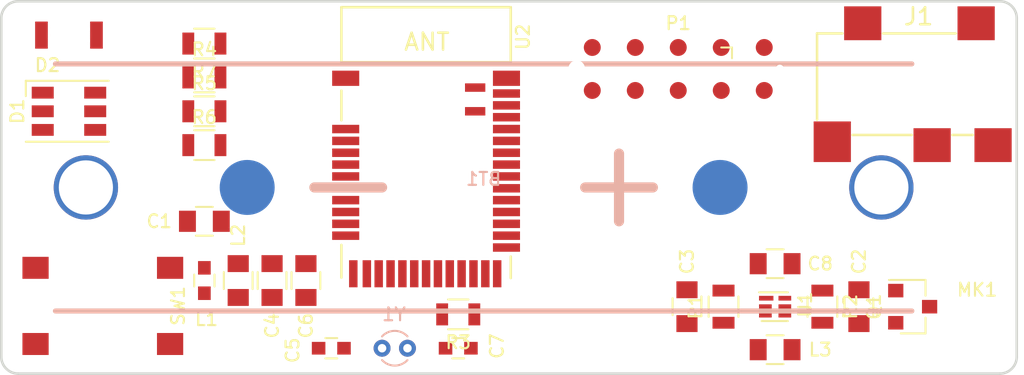
<source format=kicad_pcb>
(kicad_pcb (version 4) (host pcbnew 4.0.7-e2-6376~58~ubuntu16.04.1)

  (general
    (links 70)
    (no_connects 70)
    (area 49.924999 87.924999 110.075001 110.075001)
    (thickness 1.6)
    (drawings 8)
    (tracks 0)
    (zones 0)
    (modules 29)
    (nets 32)
  )

  (page A4)
  (layers
    (0 F.Cu signal)
    (31 B.Cu signal)
    (32 B.Adhes user)
    (33 F.Adhes user)
    (34 B.Paste user)
    (35 F.Paste user)
    (36 B.SilkS user)
    (37 F.SilkS user)
    (38 B.Mask user)
    (39 F.Mask user)
    (40 Dwgs.User user)
    (41 Cmts.User user)
    (42 Eco1.User user)
    (43 Eco2.User user)
    (44 Edge.Cuts user)
    (45 Margin user)
    (46 B.CrtYd user)
    (47 F.CrtYd user)
    (48 B.Fab user)
    (49 F.Fab user hide)
  )

  (setup
    (last_trace_width 0.25)
    (trace_clearance 0.2)
    (zone_clearance 0.508)
    (zone_45_only no)
    (trace_min 0.2)
    (segment_width 0.2)
    (edge_width 0.15)
    (via_size 0.8)
    (via_drill 0.4)
    (via_min_size 0.4)
    (via_min_drill 0.3)
    (uvia_size 0.3)
    (uvia_drill 0.1)
    (uvias_allowed no)
    (uvia_min_size 0.2)
    (uvia_min_drill 0.1)
    (pcb_text_width 0.3)
    (pcb_text_size 1.5 1.5)
    (mod_edge_width 0.15)
    (mod_text_size 0.762 0.762)
    (mod_text_width 0.127)
    (pad_size 1.524 1.524)
    (pad_drill 0.762)
    (pad_to_mask_clearance 0.2)
    (aux_axis_origin 0 0)
    (visible_elements FFFFFF7F)
    (pcbplotparams
      (layerselection 0x010fc_ffffffff)
      (usegerberextensions false)
      (usegerberattributes true)
      (excludeedgelayer true)
      (linewidth 0.100000)
      (plotframeref false)
      (viasonmask false)
      (mode 1)
      (useauxorigin false)
      (hpglpennumber 1)
      (hpglpenspeed 20)
      (hpglpendiameter 15)
      (hpglpenoverlay 2)
      (psnegative false)
      (psa4output false)
      (plotreference true)
      (plotvalue true)
      (plotinvisibletext false)
      (padsonsilk false)
      (subtractmaskfromsilk false)
      (outputformat 1)
      (mirror false)
      (drillshape 1)
      (scaleselection 1)
      (outputdirectory ""))
  )

  (net 0 "")
  (net 1 GND)
  (net 2 /DEC4)
  (net 3 /VBAT)
  (net 4 "Net-(C3-Pad1)")
  (net 5 VDD)
  (net 6 /LFCLK_XL1)
  (net 7 /LFCLK_XL2)
  (net 8 "Net-(D1-Pad4)")
  (net 9 /LED_SENSE)
  (net 10 "Net-(D1-Pad6)")
  (net 11 "Net-(L1-Pad2)")
  (net 12 "Net-(L3-Pad2)")
  (net 13 /REG_MODE)
  (net 14 /BUTTON)
  (net 15 /TX)
  (net 16 /RX)
  (net 17 /SWDIO)
  (net 18 /SWDCLK)
  (net 19 /RESET)
  (net 20 /GPIO1)
  (net 21 /GPIO2)
  (net 22 /LED_RED)
  (net 23 /LED_GREEN)
  (net 24 /LED_BLUE)
  (net 25 "Net-(BT1-Pad1)")
  (net 26 /FOCUS)
  (net 27 /TRIGGER)
  (net 28 /DCC)
  (net 29 /JACK_DETECT)
  (net 30 "Net-(D2-Pad1)")
  (net 31 "Net-(D2-Pad2)")

  (net_class Default "This is the default net class."
    (clearance 0.2)
    (trace_width 0.25)
    (via_dia 0.8)
    (via_drill 0.4)
    (uvia_dia 0.3)
    (uvia_drill 0.1)
    (add_net /BUTTON)
    (add_net /DCC)
    (add_net /DEC4)
    (add_net /FOCUS)
    (add_net /GPIO1)
    (add_net /GPIO2)
    (add_net /JACK_DETECT)
    (add_net /LED_BLUE)
    (add_net /LED_GREEN)
    (add_net /LED_RED)
    (add_net /LED_SENSE)
    (add_net /LFCLK_XL1)
    (add_net /LFCLK_XL2)
    (add_net /REG_MODE)
    (add_net /RESET)
    (add_net /RX)
    (add_net /SWDCLK)
    (add_net /SWDIO)
    (add_net /TRIGGER)
    (add_net /TX)
    (add_net /VBAT)
    (add_net GND)
    (add_net "Net-(BT1-Pad1)")
    (add_net "Net-(C3-Pad1)")
    (add_net "Net-(D1-Pad4)")
    (add_net "Net-(D1-Pad6)")
    (add_net "Net-(D2-Pad1)")
    (add_net "Net-(D2-Pad2)")
    (add_net "Net-(L1-Pad2)")
    (add_net "Net-(L3-Pad2)")
    (add_net VDD)
  )

  (module snap_fp:Crystal_DS10_d1.0mm_l4.3mm_Vertical (layer B.Cu) (tedit 59F9D414) (tstamp 59FB280B)
    (at 72.5 108.5)
    (descr "Crystal THT DS10 4.3mm length 1.0mm diameter http://www.microcrystal.com/images/_Product-Documentation/03_TF_metal_Packages/01_Datasheet/DS-Series.pdf")
    (tags ['DS10'])
    (path /59F3A38A)
    (fp_text reference Y1 (at 0.7 -2) (layer B.SilkS)
      (effects (font (size 0.762 0.762) (thickness 0.127)) (justify mirror))
    )
    (fp_text value 32786Hz (at 0.75 -1.7) (layer B.Fab)
      (effects (font (size 0.762 0.762) (thickness 0.127)) (justify mirror))
    )
    (fp_text user %R (at 2.75 0) (layer B.Fab)
      (effects (font (size 0.6 0.6) (thickness 0.09)) (justify mirror))
    )
    (fp_circle (center 0.75 0) (end 1.25 0) (layer B.Fab) (width 0.1))
    (fp_circle (center 0.75 0) (end 2.25 0) (layer B.CrtYd) (width 0.05))
    (fp_arc (start 0.75 0) (end 0 0.7) (angle -93.9) (layer B.SilkS) (width 0.12))
    (fp_arc (start 0.75 0) (end 0 -0.7) (angle 93.9) (layer B.SilkS) (width 0.12))
    (pad 1 thru_hole circle (at 0 0) (size 1 1) (drill 0.5) (layers *.Cu *.Mask)
      (net 6 /LFCLK_XL1))
    (pad 2 thru_hole circle (at 1.5 0) (size 1 1) (drill 0.5) (layers *.Cu *.Mask)
      (net 7 /LFCLK_XL2))
    (model ${KISYS3DMOD}/Crystals.3dshapes/Crystal_DS10_d1.0mm_l4.3mm_Vertical.wrl
      (at (xyz 0 0 0))
      (scale (xyz 0.393701 0.393701 0.393701))
      (rotate (xyz 0 0 0))
    )
  )

  (module snap_fp:mdbt42Q (layer F.Cu) (tedit 59B823E0) (tstamp 59FB27DF)
    (at 75.1 97.85)
    (path /59F316F8)
    (fp_text reference U2 (at 5.724 -7.747 90) (layer F.SilkS)
      (effects (font (size 0.762 0.762) (thickness 0.127)))
    )
    (fp_text value MDBT42Q (at 0 -1) (layer F.Fab) hide
      (effects (font (size 0.762 0.762) (thickness 0.127)))
    )
    (fp_text user ANT (at 0.05 -7.45) (layer F.SilkS)
      (effects (font (size 1 1) (thickness 0.15)))
    )
    (fp_line (start 5 -6.25) (end -5 -6.25) (layer F.SilkS) (width 0.15))
    (fp_line (start -5 -9.5) (end 5 -9.5) (layer F.SilkS) (width 0.15))
    (fp_line (start -5.0038 -2.8194) (end -5.0038 -4.572) (layer F.SilkS) (width 0.15))
    (fp_line (start -5.0038 -9.4996) (end -5.0038 -6.2484) (layer F.SilkS) (width 0.15))
    (fp_line (start -5.0038 6.477) (end -5.0038 4.5466) (layer F.SilkS) (width 0.15))
    (fp_line (start 5.0038 6.5024) (end 5.0038 5.2324) (layer F.SilkS) (width 0.15))
    (fp_line (start 5.0038 -9.4996) (end 5.0038 -6.2484) (layer F.SilkS) (width 0.15))
    (pad 41 smd rect (at 2.9 -3.35) (size 1.2 0.5) (layers F.Cu F.Paste F.Mask))
    (pad 40 smd rect (at 2.9 -4.75) (size 1.2 0.5) (layers F.Cu F.Paste F.Mask))
    (pad 39 smd rect (at 4.75 -5.3) (size 1.6 0.9) (layers F.Cu F.Paste F.Mask)
      (net 1 GND))
    (pad 38 smd rect (at 4.75 -4.4) (size 1.6 0.5) (layers F.Cu F.Paste F.Mask))
    (pad 37 smd rect (at 4.75 -3.7) (size 1.6 0.5) (layers F.Cu F.Paste F.Mask)
      (net 17 /SWDIO))
    (pad 36 smd rect (at 4.75 -3) (size 1.6 0.5) (layers F.Cu F.Paste F.Mask)
      (net 18 /SWDCLK))
    (pad 35 smd rect (at 4.75 -2.3) (size 1.6 0.5) (layers F.Cu F.Paste F.Mask)
      (net 19 /RESET))
    (pad 34 smd rect (at 4.75 -1.6) (size 1.6 0.5) (layers F.Cu F.Paste F.Mask)
      (net 21 /GPIO2))
    (pad 33 smd rect (at 4.75 -0.9) (size 1.6 0.5) (layers F.Cu F.Paste F.Mask))
    (pad 32 smd rect (at 4.75 -0.2) (size 1.6 0.5) (layers F.Cu F.Paste F.Mask)
      (net 20 /GPIO1))
    (pad 31 smd rect (at 4.75 0.5) (size 1.6 0.5) (layers F.Cu F.Paste F.Mask)
      (net 15 /TX))
    (pad 30 smd rect (at 4.75 1.2) (size 1.6 0.5) (layers F.Cu F.Paste F.Mask))
    (pad 29 smd rect (at 4.75 1.9) (size 1.6 0.5) (layers F.Cu F.Paste F.Mask))
    (pad 28 smd rect (at 4.75 2.6) (size 1.6 0.5) (layers F.Cu F.Paste F.Mask))
    (pad 27 smd rect (at 4.75 3.3) (size 1.6 0.5) (layers F.Cu F.Paste F.Mask)
      (net 16 /RX))
    (pad 26 smd rect (at 4.75 4) (size 1.6 0.5) (layers F.Cu F.Paste F.Mask)
      (net 14 /BUTTON))
    (pad 25 smd rect (at 4.75 4.7) (size 1.6 0.5) (layers F.Cu F.Paste F.Mask)
      (net 30 "Net-(D2-Pad1)"))
    (pad 24 smd rect (at 4.2 6.25) (size 0.5 1.6) (layers F.Cu F.Paste F.Mask)
      (net 1 GND))
    (pad 23 smd rect (at 3.5 6.25) (size 0.5 1.6) (layers F.Cu F.Paste F.Mask))
    (pad 22 smd rect (at 2.8 6.25) (size 0.5 1.6) (layers F.Cu F.Paste F.Mask)
      (net 29 /JACK_DETECT))
    (pad 21 smd rect (at 2.1 6.25) (size 0.5 1.6) (layers F.Cu F.Paste F.Mask)
      (net 26 /FOCUS))
    (pad 20 smd rect (at 1.4 6.25) (size 0.5 1.6) (layers F.Cu F.Paste F.Mask)
      (net 27 /TRIGGER))
    (pad 19 smd rect (at 0.7 6.25) (size 0.5 1.6) (layers F.Cu F.Paste F.Mask)
      (net 23 /LED_GREEN))
    (pad 18 smd rect (at 0 6.25) (size 0.5 1.6) (layers F.Cu F.Paste F.Mask)
      (net 9 /LED_SENSE))
    (pad 17 smd rect (at -0.7 6.25) (size 0.5 1.6) (layers F.Cu F.Paste F.Mask)
      (net 24 /LED_BLUE))
    (pad 16 smd rect (at -1.4 6.25) (size 0.5 1.6) (layers F.Cu F.Paste F.Mask)
      (net 22 /LED_RED))
    (pad 15 smd rect (at -2.1 6.25) (size 0.5 1.6) (layers F.Cu F.Paste F.Mask))
    (pad 14 smd rect (at -2.8 6.25) (size 0.5 1.6) (layers F.Cu F.Paste F.Mask)
      (net 7 /LFCLK_XL2))
    (pad 13 smd rect (at -3.5 6.25) (size 0.5 1.6) (layers F.Cu F.Paste F.Mask)
      (net 6 /LFCLK_XL1))
    (pad 11 smd rect (at -4.75 4) (size 1.6 0.5) (layers F.Cu F.Paste F.Mask)
      (net 5 VDD))
    (pad 10 smd rect (at -4.75 3.3) (size 1.6 0.5) (layers F.Cu F.Paste F.Mask)
      (net 28 /DCC))
    (pad 9 smd rect (at -4.75 2.6) (size 1.6 0.5) (layers F.Cu F.Paste F.Mask)
      (net 2 /DEC4))
    (pad 8 smd rect (at -4.75 1.9) (size 1.6 0.5) (layers F.Cu F.Paste F.Mask))
    (pad 7 smd rect (at -4.75 1.2) (size 1.6 0.5) (layers F.Cu F.Paste F.Mask))
    (pad 6 smd rect (at -4.75 0.5) (size 1.6 0.5) (layers F.Cu F.Paste F.Mask))
    (pad 5 smd rect (at -4.75 -0.2) (size 1.6 0.5) (layers F.Cu F.Paste F.Mask)
      (net 3 /VBAT))
    (pad 4 smd rect (at -4.75 -0.9) (size 1.6 0.5) (layers F.Cu F.Paste F.Mask))
    (pad 3 smd rect (at -4.75 -1.6) (size 1.6 0.5) (layers F.Cu F.Paste F.Mask)
      (net 13 /REG_MODE))
    (pad 1 smd rect (at -4.75 -5.3) (size 1.6 0.9) (layers F.Cu F.Paste F.Mask)
      (net 1 GND))
    (pad 2 smd rect (at -4.75 -2.3) (size 1.6 0.5) (layers F.Cu F.Paste F.Mask))
    (pad 12 smd rect (at -4.3 6.25) (size 0.5 1.6) (layers F.Cu F.Paste F.Mask)
      (net 1 GND))
    (model MDBT42Q.wrl
      (at (xyz 0 0 0))
      (scale (xyz 1 1 1))
      (rotate (xyz 0 0 0))
    )
  )

  (module snap_fp:WSON6_1.5x1.5mm_Pitch0.5mm (layer F.Cu) (tedit 59B82202) (tstamp 59FB27D6)
    (at 95.722 106.045)
    (descr "WSON6, http://www.ti.com/lit/ds/symlink/tlv702.pdf")
    (tags WSON6_1.5x1.5mm_Pitch0.5mm)
    (path /59F31727)
    (attr smd)
    (fp_text reference U1 (at 1.778 -0.127 90) (layer F.SilkS)
      (effects (font (size 0.762 0.762) (thickness 0.127)))
    )
    (fp_text value TPS610986 (at 0 2) (layer F.Fab)
      (effects (font (size 0.762 0.762) (thickness 0.127)))
    )
    (fp_text user %R (at 0.005 0) (layer F.Fab)
      (effects (font (size 0.4 0.4) (thickness 0.05)))
    )
    (fp_line (start -0.945 -0.85) (end 0.755 -0.85) (layer F.SilkS) (width 0.12))
    (fp_line (start -0.795 0.85) (end 0.755 0.85) (layer F.SilkS) (width 0.12))
    (fp_line (start -0.495 -0.78) (end -0.775 -0.5) (layer F.Fab) (width 0.1))
    (fp_line (start 0.785 -0.78) (end -0.495 -0.78) (layer F.Fab) (width 0.1))
    (fp_line (start -0.775 -0.5) (end -0.775 0.78) (layer F.Fab) (width 0.1))
    (fp_line (start -0.775 0.78) (end 0.785 0.78) (layer F.Fab) (width 0.1))
    (fp_line (start 0.785 -0.78) (end 0.785 0.78) (layer F.Fab) (width 0.1))
    (fp_line (start 1.2 -1.02) (end 1.2 1.02) (layer F.CrtYd) (width 0.05))
    (fp_line (start 1.2 -1.02) (end -1.2 -1.02) (layer F.CrtYd) (width 0.05))
    (fp_line (start -1.2 1.02) (end 1.2 1.02) (layer F.CrtYd) (width 0.05))
    (fp_line (start -1.2 1.02) (end -1.2 -1.02) (layer F.CrtYd) (width 0.05))
    (pad 1 smd rect (at -0.525 -0.5 270) (size 0.28 0.85) (layers F.Cu F.Paste F.Mask)
      (net 5 VDD))
    (pad 2 smd rect (at -0.575 0 270) (size 0.28 0.75) (layers F.Cu F.Paste F.Mask)
      (net 12 "Net-(L3-Pad2)"))
    (pad 3 smd rect (at -0.575 0.5 270) (size 0.28 0.75) (layers F.Cu F.Paste F.Mask)
      (net 4 "Net-(C3-Pad1)"))
    (pad 4 smd rect (at 0.575 0.5 270) (size 0.28 0.75) (layers F.Cu F.Paste F.Mask)
      (net 13 /REG_MODE))
    (pad 5 smd rect (at 0.575 0 270) (size 0.28 0.75) (layers F.Cu F.Paste F.Mask))
    (pad 6 smd rect (at 0.575 -0.5 270) (size 0.28 0.75) (layers F.Cu F.Paste F.Mask)
      (net 1 GND))
    (model WSON6.wrl
      (at (xyz 0 0 0))
      (scale (xyz 1 1 1))
      (rotate (xyz 0 0 0))
    )
  )

  (module snap_fp:SMD_tactile_button (layer F.Cu) (tedit 59B82DD5) (tstamp 59FB27CF)
    (at 56 106)
    (path /59F321EA)
    (fp_text reference SW1 (at 4.445 0 90) (layer F.SilkS)
      (effects (font (size 0.762 0.762) (thickness 0.127)))
    )
    (fp_text value 1825910-6 (at 0 -4.445) (layer F.Fab)
      (effects (font (size 0.762 0.762) (thickness 0.127)))
    )
    (pad 4 smd rect (at 3.975 2.25) (size 1.55 1.3) (layers F.Cu F.Paste F.Mask))
    (pad 2 smd rect (at 3.975 -2.25) (size 1.55 1.3) (layers F.Cu F.Paste F.Mask)
      (net 14 /BUTTON))
    (pad 3 smd rect (at -3.975 2.25) (size 1.55 1.3) (layers F.Cu F.Paste F.Mask))
    (pad 1 smd rect (at -3.975 -2.25) (size 1.55 1.3) (layers F.Cu F.Paste F.Mask)
      (net 1 GND))
    (model SW_smd.wrl
      (at (xyz 0 0 0))
      (scale (xyz 1 1 1))
      (rotate (xyz 0 0 0))
    )
  )

  (module snap_fp:R_0805 (layer F.Cu) (tedit 59B83A30) (tstamp 59FB27CA)
    (at 62 90.5)
    (descr "Resistor SMD 0805, reflow soldering, Vishay (see dcrcw.pdf)")
    (tags "resistor 0805")
    (path /59F31717)
    (attr smd)
    (fp_text reference R7 (at 0 1.651 180) (layer F.SilkS)
      (effects (font (size 0.762 0.762) (thickness 0.127)))
    )
    (fp_text value 130 (at 0 1.75) (layer F.Fab)
      (effects (font (size 0.762 0.762) (thickness 0.127)))
    )
    (fp_line (start 1.55 0.9) (end -1.55 0.9) (layer F.CrtYd) (width 0.05))
    (fp_line (start 1.55 0.9) (end 1.55 -0.9) (layer F.CrtYd) (width 0.05))
    (fp_line (start -1.55 -0.9) (end -1.55 0.9) (layer F.CrtYd) (width 0.05))
    (fp_line (start -1.55 -0.9) (end 1.55 -0.9) (layer F.CrtYd) (width 0.05))
    (fp_line (start -0.6 -0.88) (end 0.6 -0.88) (layer F.SilkS) (width 0.12))
    (fp_line (start 0.6 0.88) (end -0.6 0.88) (layer F.SilkS) (width 0.12))
    (fp_line (start -1 -0.62) (end 1 -0.62) (layer F.Fab) (width 0.1))
    (fp_line (start 1 -0.62) (end 1 0.62) (layer F.Fab) (width 0.1))
    (fp_line (start 1 0.62) (end -1 0.62) (layer F.Fab) (width 0.1))
    (fp_line (start -1 0.62) (end -1 -0.62) (layer F.Fab) (width 0.1))
    (fp_text user %R (at 0 0) (layer F.Fab)
      (effects (font (size 0.5 0.5) (thickness 0.075)))
    )
    (pad 2 smd rect (at 0.95 0) (size 0.7 1.3) (layers F.Cu F.Paste F.Mask)
      (net 31 "Net-(D2-Pad2)"))
    (pad 1 smd rect (at -0.95 0) (size 0.7 1.3) (layers F.Cu F.Paste F.Mask)
      (net 5 VDD))
    (model r_0805.wrl
      (at (xyz 0 0 0))
      (scale (xyz 1 1 1))
      (rotate (xyz 0 0 0))
    )
  )

  (module snap_fp:R_0805 (layer F.Cu) (tedit 59B83A30) (tstamp 59FB27C5)
    (at 62 96.5 180)
    (descr "Resistor SMD 0805, reflow soldering, Vishay (see dcrcw.pdf)")
    (tags "resistor 0805")
    (path /59F31715)
    (attr smd)
    (fp_text reference R6 (at 0 1.651 360) (layer F.SilkS)
      (effects (font (size 0.762 0.762) (thickness 0.127)))
    )
    (fp_text value 33 (at 0 1.75 180) (layer F.Fab)
      (effects (font (size 0.762 0.762) (thickness 0.127)))
    )
    (fp_line (start 1.55 0.9) (end -1.55 0.9) (layer F.CrtYd) (width 0.05))
    (fp_line (start 1.55 0.9) (end 1.55 -0.9) (layer F.CrtYd) (width 0.05))
    (fp_line (start -1.55 -0.9) (end -1.55 0.9) (layer F.CrtYd) (width 0.05))
    (fp_line (start -1.55 -0.9) (end 1.55 -0.9) (layer F.CrtYd) (width 0.05))
    (fp_line (start -0.6 -0.88) (end 0.6 -0.88) (layer F.SilkS) (width 0.12))
    (fp_line (start 0.6 0.88) (end -0.6 0.88) (layer F.SilkS) (width 0.12))
    (fp_line (start -1 -0.62) (end 1 -0.62) (layer F.Fab) (width 0.1))
    (fp_line (start 1 -0.62) (end 1 0.62) (layer F.Fab) (width 0.1))
    (fp_line (start 1 0.62) (end -1 0.62) (layer F.Fab) (width 0.1))
    (fp_line (start -1 0.62) (end -1 -0.62) (layer F.Fab) (width 0.1))
    (fp_text user %R (at 0 0 180) (layer F.Fab)
      (effects (font (size 0.5 0.5) (thickness 0.075)))
    )
    (pad 2 smd rect (at 0.95 0 180) (size 0.7 1.3) (layers F.Cu F.Paste F.Mask)
      (net 8 "Net-(D1-Pad4)"))
    (pad 1 smd rect (at -0.95 0 180) (size 0.7 1.3) (layers F.Cu F.Paste F.Mask)
      (net 22 /LED_RED))
    (model r_0805.wrl
      (at (xyz 0 0 0))
      (scale (xyz 1 1 1))
      (rotate (xyz 0 0 0))
    )
  )

  (module snap_fp:R_0805 (layer F.Cu) (tedit 59B83A30) (tstamp 59FB27C0)
    (at 62 94.5 180)
    (descr "Resistor SMD 0805, reflow soldering, Vishay (see dcrcw.pdf)")
    (tags "resistor 0805")
    (path /59F31714)
    (attr smd)
    (fp_text reference R5 (at 0 1.651 360) (layer F.SilkS)
      (effects (font (size 0.762 0.762) (thickness 0.127)))
    )
    (fp_text value 68 (at 0 1.75 180) (layer F.Fab)
      (effects (font (size 0.762 0.762) (thickness 0.127)))
    )
    (fp_line (start 1.55 0.9) (end -1.55 0.9) (layer F.CrtYd) (width 0.05))
    (fp_line (start 1.55 0.9) (end 1.55 -0.9) (layer F.CrtYd) (width 0.05))
    (fp_line (start -1.55 -0.9) (end -1.55 0.9) (layer F.CrtYd) (width 0.05))
    (fp_line (start -1.55 -0.9) (end 1.55 -0.9) (layer F.CrtYd) (width 0.05))
    (fp_line (start -0.6 -0.88) (end 0.6 -0.88) (layer F.SilkS) (width 0.12))
    (fp_line (start 0.6 0.88) (end -0.6 0.88) (layer F.SilkS) (width 0.12))
    (fp_line (start -1 -0.62) (end 1 -0.62) (layer F.Fab) (width 0.1))
    (fp_line (start 1 -0.62) (end 1 0.62) (layer F.Fab) (width 0.1))
    (fp_line (start 1 0.62) (end -1 0.62) (layer F.Fab) (width 0.1))
    (fp_line (start -1 0.62) (end -1 -0.62) (layer F.Fab) (width 0.1))
    (fp_text user %R (at 0 0 180) (layer F.Fab)
      (effects (font (size 0.5 0.5) (thickness 0.075)))
    )
    (pad 2 smd rect (at 0.95 0 180) (size 0.7 1.3) (layers F.Cu F.Paste F.Mask)
      (net 9 /LED_SENSE))
    (pad 1 smd rect (at -0.95 0 180) (size 0.7 1.3) (layers F.Cu F.Paste F.Mask)
      (net 23 /LED_GREEN))
    (model r_0805.wrl
      (at (xyz 0 0 0))
      (scale (xyz 1 1 1))
      (rotate (xyz 0 0 0))
    )
  )

  (module snap_fp:R_0805 (layer F.Cu) (tedit 59B83A30) (tstamp 59FB27BB)
    (at 62 92.5 180)
    (descr "Resistor SMD 0805, reflow soldering, Vishay (see dcrcw.pdf)")
    (tags "resistor 0805")
    (path /59F31713)
    (attr smd)
    (fp_text reference R4 (at 0 1.651 360) (layer F.SilkS)
      (effects (font (size 0.762 0.762) (thickness 0.127)))
    )
    (fp_text value 82 (at 0 1.75 180) (layer F.Fab)
      (effects (font (size 0.762 0.762) (thickness 0.127)))
    )
    (fp_line (start 1.55 0.9) (end -1.55 0.9) (layer F.CrtYd) (width 0.05))
    (fp_line (start 1.55 0.9) (end 1.55 -0.9) (layer F.CrtYd) (width 0.05))
    (fp_line (start -1.55 -0.9) (end -1.55 0.9) (layer F.CrtYd) (width 0.05))
    (fp_line (start -1.55 -0.9) (end 1.55 -0.9) (layer F.CrtYd) (width 0.05))
    (fp_line (start -0.6 -0.88) (end 0.6 -0.88) (layer F.SilkS) (width 0.12))
    (fp_line (start 0.6 0.88) (end -0.6 0.88) (layer F.SilkS) (width 0.12))
    (fp_line (start -1 -0.62) (end 1 -0.62) (layer F.Fab) (width 0.1))
    (fp_line (start 1 -0.62) (end 1 0.62) (layer F.Fab) (width 0.1))
    (fp_line (start 1 0.62) (end -1 0.62) (layer F.Fab) (width 0.1))
    (fp_line (start -1 0.62) (end -1 -0.62) (layer F.Fab) (width 0.1))
    (fp_text user %R (at 0 0 180) (layer F.Fab)
      (effects (font (size 0.5 0.5) (thickness 0.075)))
    )
    (pad 2 smd rect (at 0.95 0 180) (size 0.7 1.3) (layers F.Cu F.Paste F.Mask)
      (net 10 "Net-(D1-Pad6)"))
    (pad 1 smd rect (at -0.95 0 180) (size 0.7 1.3) (layers F.Cu F.Paste F.Mask)
      (net 24 /LED_BLUE))
    (model r_0805.wrl
      (at (xyz 0 0 0))
      (scale (xyz 1 1 1))
      (rotate (xyz 0 0 0))
    )
  )

  (module snap_fp:R_0805 (layer F.Cu) (tedit 59B83A30) (tstamp 59FB27B6)
    (at 77 106.5)
    (descr "Resistor SMD 0805, reflow soldering, Vishay (see dcrcw.pdf)")
    (tags "resistor 0805")
    (path /59F8D073)
    (attr smd)
    (fp_text reference R3 (at 0 1.651 180) (layer F.SilkS)
      (effects (font (size 0.762 0.762) (thickness 0.127)))
    )
    (fp_text value 400 (at 0 1.75) (layer F.Fab)
      (effects (font (size 0.762 0.762) (thickness 0.127)))
    )
    (fp_line (start 1.55 0.9) (end -1.55 0.9) (layer F.CrtYd) (width 0.05))
    (fp_line (start 1.55 0.9) (end 1.55 -0.9) (layer F.CrtYd) (width 0.05))
    (fp_line (start -1.55 -0.9) (end -1.55 0.9) (layer F.CrtYd) (width 0.05))
    (fp_line (start -1.55 -0.9) (end 1.55 -0.9) (layer F.CrtYd) (width 0.05))
    (fp_line (start -0.6 -0.88) (end 0.6 -0.88) (layer F.SilkS) (width 0.12))
    (fp_line (start 0.6 0.88) (end -0.6 0.88) (layer F.SilkS) (width 0.12))
    (fp_line (start -1 -0.62) (end 1 -0.62) (layer F.Fab) (width 0.1))
    (fp_line (start 1 -0.62) (end 1 0.62) (layer F.Fab) (width 0.1))
    (fp_line (start 1 0.62) (end -1 0.62) (layer F.Fab) (width 0.1))
    (fp_line (start -1 0.62) (end -1 -0.62) (layer F.Fab) (width 0.1))
    (fp_text user %R (at 0 0) (layer F.Fab)
      (effects (font (size 0.5 0.5) (thickness 0.075)))
    )
    (pad 2 smd rect (at 0.95 0) (size 0.7 1.3) (layers F.Cu F.Paste F.Mask)
      (net 29 /JACK_DETECT))
    (pad 1 smd rect (at -0.95 0) (size 0.7 1.3) (layers F.Cu F.Paste F.Mask)
      (net 5 VDD))
    (model r_0805.wrl
      (at (xyz 0 0 0))
      (scale (xyz 1 1 1))
      (rotate (xyz 0 0 0))
    )
  )

  (module snap_fp:R_0805 (layer F.Cu) (tedit 59B83A30) (tstamp 59FB27B1)
    (at 98.516 106.045 90)
    (descr "Resistor SMD 0805, reflow soldering, Vishay (see dcrcw.pdf)")
    (tags "resistor 0805")
    (path /59F330CA)
    (attr smd)
    (fp_text reference R2 (at 0 1.651 270) (layer F.SilkS)
      (effects (font (size 0.762 0.762) (thickness 0.127)))
    )
    (fp_text value 47k (at 0 1.75 90) (layer F.Fab)
      (effects (font (size 0.762 0.762) (thickness 0.127)))
    )
    (fp_line (start 1.55 0.9) (end -1.55 0.9) (layer F.CrtYd) (width 0.05))
    (fp_line (start 1.55 0.9) (end 1.55 -0.9) (layer F.CrtYd) (width 0.05))
    (fp_line (start -1.55 -0.9) (end -1.55 0.9) (layer F.CrtYd) (width 0.05))
    (fp_line (start -1.55 -0.9) (end 1.55 -0.9) (layer F.CrtYd) (width 0.05))
    (fp_line (start -0.6 -0.88) (end 0.6 -0.88) (layer F.SilkS) (width 0.12))
    (fp_line (start 0.6 0.88) (end -0.6 0.88) (layer F.SilkS) (width 0.12))
    (fp_line (start -1 -0.62) (end 1 -0.62) (layer F.Fab) (width 0.1))
    (fp_line (start 1 -0.62) (end 1 0.62) (layer F.Fab) (width 0.1))
    (fp_line (start 1 0.62) (end -1 0.62) (layer F.Fab) (width 0.1))
    (fp_line (start -1 0.62) (end -1 -0.62) (layer F.Fab) (width 0.1))
    (fp_text user %R (at 0 0 90) (layer F.Fab)
      (effects (font (size 0.5 0.5) (thickness 0.075)))
    )
    (pad 2 smd rect (at 0.95 0 90) (size 0.7 1.3) (layers F.Cu F.Paste F.Mask)
      (net 1 GND))
    (pad 1 smd rect (at -0.95 0 90) (size 0.7 1.3) (layers F.Cu F.Paste F.Mask)
      (net 13 /REG_MODE))
    (model r_0805.wrl
      (at (xyz 0 0 0))
      (scale (xyz 1 1 1))
      (rotate (xyz 0 0 0))
    )
  )

  (module snap_fp:R_0805 (layer F.Cu) (tedit 59B83A30) (tstamp 59FB27AC)
    (at 92.674 106.045 270)
    (descr "Resistor SMD 0805, reflow soldering, Vishay (see dcrcw.pdf)")
    (tags "resistor 0805")
    (path /59F3171D)
    (attr smd)
    (fp_text reference R1 (at 0 1.651 450) (layer F.SilkS)
      (effects (font (size 0.762 0.762) (thickness 0.127)))
    )
    (fp_text value 400 (at 0 1.75 270) (layer F.Fab)
      (effects (font (size 0.762 0.762) (thickness 0.127)))
    )
    (fp_line (start 1.55 0.9) (end -1.55 0.9) (layer F.CrtYd) (width 0.05))
    (fp_line (start 1.55 0.9) (end 1.55 -0.9) (layer F.CrtYd) (width 0.05))
    (fp_line (start -1.55 -0.9) (end -1.55 0.9) (layer F.CrtYd) (width 0.05))
    (fp_line (start -1.55 -0.9) (end 1.55 -0.9) (layer F.CrtYd) (width 0.05))
    (fp_line (start -0.6 -0.88) (end 0.6 -0.88) (layer F.SilkS) (width 0.12))
    (fp_line (start 0.6 0.88) (end -0.6 0.88) (layer F.SilkS) (width 0.12))
    (fp_line (start -1 -0.62) (end 1 -0.62) (layer F.Fab) (width 0.1))
    (fp_line (start 1 -0.62) (end 1 0.62) (layer F.Fab) (width 0.1))
    (fp_line (start 1 0.62) (end -1 0.62) (layer F.Fab) (width 0.1))
    (fp_line (start -1 0.62) (end -1 -0.62) (layer F.Fab) (width 0.1))
    (fp_text user %R (at 0 0 270) (layer F.Fab)
      (effects (font (size 0.5 0.5) (thickness 0.075)))
    )
    (pad 2 smd rect (at 0.95 0 270) (size 0.7 1.3) (layers F.Cu F.Paste F.Mask)
      (net 4 "Net-(C3-Pad1)"))
    (pad 1 smd rect (at -0.95 0 270) (size 0.7 1.3) (layers F.Cu F.Paste F.Mask)
      (net 3 /VBAT))
    (model r_0805.wrl
      (at (xyz 0 0 0))
      (scale (xyz 1 1 1))
      (rotate (xyz 0 0 0))
    )
  )

  (module snap_fp:TSM2301 (layer F.Cu) (tedit 59B82525) (tstamp 59FB27A6)
    (at 103.85 106.045)
    (descr "SOT-23, Standard")
    (tags SOT-23)
    (path /59F3170F)
    (attr smd)
    (fp_text reference Q1 (at -2.286 0 90) (layer F.SilkS)
      (effects (font (size 0.762 0.762) (thickness 0.127)))
    )
    (fp_text value TSM2301 (at 0 2.5) (layer F.Fab)
      (effects (font (size 0.762 0.762) (thickness 0.127)))
    )
    (fp_line (start -0.7 -0.95) (end -0.7 1.5) (layer F.Fab) (width 0.1))
    (fp_line (start -0.15 -1.52) (end 0.7 -1.52) (layer F.Fab) (width 0.1))
    (fp_line (start -0.7 -0.95) (end -0.15 -1.52) (layer F.Fab) (width 0.1))
    (fp_line (start 0.7 -1.52) (end 0.7 1.52) (layer F.Fab) (width 0.1))
    (fp_line (start -0.7 1.52) (end 0.7 1.52) (layer F.Fab) (width 0.1))
    (fp_line (start 0.76 1.58) (end 0.76 0.65) (layer F.SilkS) (width 0.12))
    (fp_line (start 0.76 -1.58) (end 0.76 -0.65) (layer F.SilkS) (width 0.12))
    (fp_line (start -1.7 -1.75) (end 1.7 -1.75) (layer F.CrtYd) (width 0.05))
    (fp_line (start 1.7 -1.75) (end 1.7 1.75) (layer F.CrtYd) (width 0.05))
    (fp_line (start 1.7 1.75) (end -1.7 1.75) (layer F.CrtYd) (width 0.05))
    (fp_line (start -1.7 1.75) (end -1.7 -1.75) (layer F.CrtYd) (width 0.05))
    (fp_line (start 0.76 -1.58) (end -1.4 -1.58) (layer F.SilkS) (width 0.12))
    (fp_line (start 0.76 1.58) (end -0.7 1.58) (layer F.SilkS) (width 0.12))
    (pad 2 smd rect (at -1 -0.95) (size 0.9 0.8) (layers F.Cu F.Paste F.Mask)
      (net 1 GND))
    (pad 3 smd rect (at -1 0.95) (size 0.9 0.8) (layers F.Cu F.Paste F.Mask)
      (net 3 /VBAT))
    (pad 1 smd rect (at 1 0) (size 0.9 0.8) (layers F.Cu F.Paste F.Mask)
      (net 25 "Net-(BT1-Pad1)"))
    (model Tr_SOT23.wrl
      (at (xyz 0 0 0))
      (scale (xyz 1 1 1))
      (rotate (xyz 0 0 90))
    )
  )

  (module snap_fp:prog_connect (layer F.Cu) (tedit 59F775C2) (tstamp 59FB2797)
    (at 90 92 180)
    (descr "Tag-Connect programming header; http://www.tag-connect.com/Materials/TC2050-IDC-NL%20Datasheet.pdf")
    (tags "tag connect programming header pogo pins")
    (path /59F3170B)
    (attr virtual)
    (fp_text reference P1 (at 0 2.7 180) (layer F.SilkS)
      (effects (font (size 0.762 0.762) (thickness 0.127)))
    )
    (fp_text value CONN_02X05 (at 0 -2.4 180) (layer F.Fab)
      (effects (font (size 0.762 0.762) (thickness 0.127)))
    )
    (fp_line (start -3.175 1.27) (end -3.175 0.635) (layer F.SilkS) (width 0.12))
    (fp_line (start -2.54 1.27) (end -3.175 1.27) (layer F.SilkS) (width 0.12))
    (fp_line (start -4.75 2) (end -4.75 -2) (layer F.CrtYd) (width 0.05))
    (fp_line (start 4.75 2) (end -4.75 2) (layer F.CrtYd) (width 0.05))
    (fp_line (start 4.75 -2) (end 4.75 2) (layer F.CrtYd) (width 0.05))
    (fp_line (start -4.75 -2) (end 4.75 -2) (layer F.CrtYd) (width 0.05))
    (fp_text user %R (at 0 0 180) (layer F.Fab)
      (effects (font (size 1 1) (thickness 0.15)))
    )
    (pad "" np_thru_hole circle (at 6 0 180) (size 1 1) (drill 1) (layers *.Cu *.Mask))
    (pad "" np_thru_hole circle (at -6 0 180) (size 0.5 0.5) (drill 0.5) (layers *.Cu *.Mask))
    (pad 1 connect circle (at -5.08 1.27 180) (size 1 1) (layers F.Cu F.Mask)
      (net 15 /TX))
    (pad 3 connect circle (at -2.54 1.27 180) (size 1 1) (layers F.Cu F.Mask)
      (net 17 /SWDIO))
    (pad 5 connect circle (at 0 1.27 180) (size 1 1) (layers F.Cu F.Mask)
      (net 19 /RESET))
    (pad 7 connect circle (at 2.54 1.27 180) (size 1 1) (layers F.Cu F.Mask)
      (net 5 VDD))
    (pad 9 connect circle (at 5.08 1.27 180) (size 1 1) (layers F.Cu F.Mask)
      (net 1 GND))
    (pad 10 connect circle (at 5.08 -1.27 180) (size 1 1) (layers F.Cu F.Mask)
      (net 1 GND))
    (pad 8 connect circle (at 2.54 -1.27 180) (size 1 1) (layers F.Cu F.Mask)
      (net 21 /GPIO2))
    (pad 6 connect circle (at 0 -1.27 180) (size 1 1) (layers F.Cu F.Mask)
      (net 20 /GPIO1))
    (pad 4 connect circle (at -2.54 -1.27 180) (size 1 1) (layers F.Cu F.Mask)
      (net 18 /SWDCLK))
    (pad 2 connect circle (at -5.08 -1.27 180) (size 1 1) (layers F.Cu F.Mask)
      (net 16 /RX))
  )

  (module snap_fp:MountingHole_1.7mm_M1.6 (layer F.Cu) (tedit 59F89CB4) (tstamp 59FB2793)
    (at 107.66 107.95)
    (descr "Mounting Hole 1.7mm, no annular, M1.6")
    (tags "mounting hole 1.7mm no annular m1.6")
    (path /59F3BD2A)
    (attr virtual)
    (fp_text reference MK1 (at 0 -2.9) (layer F.SilkS)
      (effects (font (size 0.762 0.762) (thickness 0.127)))
    )
    (fp_text value Mounting_Hole_PAD (at 0 2.9) (layer F.Fab)
      (effects (font (size 0.762 0.762) (thickness 0.127)))
    )
    (fp_text user %R (at 0.3 0) (layer F.Fab)
      (effects (font (size 1 1) (thickness 0.15)))
    )
    (fp_circle (center 0 0) (end 1.4 0) (layer F.CrtYd) (width 0.05))
    (pad "" np_thru_hole circle (at 0 0) (size 1.7 1.7) (drill 1.7) (layers *.Cu *.Mask))
  )

  (module snap_fp:C_0805 (layer F.Cu) (tedit 59B83A35) (tstamp 59FB278E)
    (at 95.722 108.585)
    (descr "Capacitor SMD 0805, reflow soldering, AVX (see smccp.pdf)")
    (tags "capacitor 0805")
    (path /59F3171C)
    (attr smd)
    (fp_text reference L3 (at 2.667 0) (layer F.SilkS)
      (effects (font (size 0.762 0.762) (thickness 0.127)))
    )
    (fp_text value 4.7u (at 0 1.75) (layer F.Fab)
      (effects (font (size 0.762 0.762) (thickness 0.127)))
    )
    (fp_text user %R (at 0 -1.5) (layer F.Fab)
      (effects (font (size 1 1) (thickness 0.15)))
    )
    (fp_line (start -1 0.62) (end -1 -0.62) (layer F.Fab) (width 0.1))
    (fp_line (start 1 0.62) (end -1 0.62) (layer F.Fab) (width 0.1))
    (fp_line (start 1 -0.62) (end 1 0.62) (layer F.Fab) (width 0.1))
    (fp_line (start -1 -0.62) (end 1 -0.62) (layer F.Fab) (width 0.1))
    (fp_line (start 0.5 -0.85) (end -0.5 -0.85) (layer F.SilkS) (width 0.12))
    (fp_line (start -0.5 0.85) (end 0.5 0.85) (layer F.SilkS) (width 0.12))
    (fp_line (start -1.75 -0.88) (end 1.75 -0.88) (layer F.CrtYd) (width 0.05))
    (fp_line (start -1.75 -0.88) (end -1.75 0.87) (layer F.CrtYd) (width 0.05))
    (fp_line (start 1.75 0.87) (end 1.75 -0.88) (layer F.CrtYd) (width 0.05))
    (fp_line (start 1.75 0.87) (end -1.75 0.87) (layer F.CrtYd) (width 0.05))
    (pad 1 smd rect (at -1 0) (size 1 1.25) (layers F.Cu F.Paste F.Mask)
      (net 3 /VBAT))
    (pad 2 smd rect (at 1 0) (size 1 1.25) (layers F.Cu F.Paste F.Mask)
      (net 12 "Net-(L3-Pad2)"))
    (model CapCeramic_0805.wrl
      (at (xyz 0 0 0))
      (scale (xyz 1 1 1))
      (rotate (xyz 0 0 0))
    )
  )

  (module snap_fp:C_0805 (layer F.Cu) (tedit 59B83A35) (tstamp 59FB2789)
    (at 64 104.5 90)
    (descr "Capacitor SMD 0805, reflow soldering, AVX (see smccp.pdf)")
    (tags "capacitor 0805")
    (path /59F31701)
    (attr smd)
    (fp_text reference L2 (at 2.667 0 90) (layer F.SilkS)
      (effects (font (size 0.762 0.762) (thickness 0.127)))
    )
    (fp_text value 10u (at 0 1.75 90) (layer F.Fab)
      (effects (font (size 0.762 0.762) (thickness 0.127)))
    )
    (fp_text user %R (at 0 -1.5 90) (layer F.Fab)
      (effects (font (size 1 1) (thickness 0.15)))
    )
    (fp_line (start -1 0.62) (end -1 -0.62) (layer F.Fab) (width 0.1))
    (fp_line (start 1 0.62) (end -1 0.62) (layer F.Fab) (width 0.1))
    (fp_line (start 1 -0.62) (end 1 0.62) (layer F.Fab) (width 0.1))
    (fp_line (start -1 -0.62) (end 1 -0.62) (layer F.Fab) (width 0.1))
    (fp_line (start 0.5 -0.85) (end -0.5 -0.85) (layer F.SilkS) (width 0.12))
    (fp_line (start -0.5 0.85) (end 0.5 0.85) (layer F.SilkS) (width 0.12))
    (fp_line (start -1.75 -0.88) (end 1.75 -0.88) (layer F.CrtYd) (width 0.05))
    (fp_line (start -1.75 -0.88) (end -1.75 0.87) (layer F.CrtYd) (width 0.05))
    (fp_line (start 1.75 0.87) (end 1.75 -0.88) (layer F.CrtYd) (width 0.05))
    (fp_line (start 1.75 0.87) (end -1.75 0.87) (layer F.CrtYd) (width 0.05))
    (pad 1 smd rect (at -1 0 90) (size 1 1.25) (layers F.Cu F.Paste F.Mask)
      (net 11 "Net-(L1-Pad2)"))
    (pad 2 smd rect (at 1 0 90) (size 1 1.25) (layers F.Cu F.Paste F.Mask)
      (net 28 /DCC))
    (model CapCeramic_0805.wrl
      (at (xyz 0 0 0))
      (scale (xyz 1 1 1))
      (rotate (xyz 0 0 0))
    )
  )

  (module snap_fp:C_0603 (layer F.Cu) (tedit 59B82009) (tstamp 59FB2784)
    (at 62 104.5 270)
    (descr "Capacitor SMD 0603, reflow soldering, AVX (see smccp.pdf)")
    (tags "capacitor 0603")
    (path /59F31702)
    (attr smd)
    (fp_text reference L1 (at 2.286 -0.127 360) (layer F.SilkS)
      (effects (font (size 0.762 0.762) (thickness 0.127)))
    )
    (fp_text value 15n (at 0 1.5 270) (layer F.Fab)
      (effects (font (size 0.762 0.762) (thickness 0.127)))
    )
    (fp_line (start 1.4 0.65) (end -1.4 0.65) (layer F.CrtYd) (width 0.05))
    (fp_line (start 1.4 0.65) (end 1.4 -0.65) (layer F.CrtYd) (width 0.05))
    (fp_line (start -1.4 -0.65) (end -1.4 0.65) (layer F.CrtYd) (width 0.05))
    (fp_line (start -1.4 -0.65) (end 1.4 -0.65) (layer F.CrtYd) (width 0.05))
    (fp_line (start 0.35 0.6) (end -0.35 0.6) (layer F.SilkS) (width 0.12))
    (fp_line (start -0.35 -0.6) (end 0.35 -0.6) (layer F.SilkS) (width 0.12))
    (fp_line (start -0.8 -0.4) (end 0.8 -0.4) (layer F.Fab) (width 0.1))
    (fp_line (start 0.8 -0.4) (end 0.8 0.4) (layer F.Fab) (width 0.1))
    (fp_line (start 0.8 0.4) (end -0.8 0.4) (layer F.Fab) (width 0.1))
    (fp_line (start -0.8 0.4) (end -0.8 -0.4) (layer F.Fab) (width 0.1))
    (fp_text user %R (at 0 0 270) (layer F.Fab)
      (effects (font (size 0.3 0.3) (thickness 0.075)))
    )
    (pad 2 smd rect (at 0.75 0 270) (size 0.8 0.75) (layers F.Cu F.Paste F.Mask)
      (net 11 "Net-(L1-Pad2)"))
    (pad 1 smd rect (at -0.75 0 270) (size 0.8 0.75) (layers F.Cu F.Paste F.Mask)
      (net 2 /DEC4))
    (model CapCeramic_0603.wrl
      (at (xyz 0 0 0))
      (scale (xyz 1 1 1))
      (rotate (xyz 0 0 0))
    )
  )

  (module snap_fp:IR26-21C-L110 (layer F.Cu) (tedit 59B844D7) (tstamp 59FB2774)
    (at 54 90 180)
    (path /59F31712)
    (fp_text reference D2 (at 1.27 -1.778 360) (layer F.SilkS)
      (effects (font (size 0.762 0.762) (thickness 0.127)))
    )
    (fp_text value IR26-21C-L110-TR8 (at 0 -2.667 180) (layer F.Fab)
      (effects (font (size 0.762 0.762) (thickness 0.127)))
    )
    (pad 1 smd rect (at -1.625 0 180) (size 0.75 1.6) (layers F.Cu F.Paste F.Mask)
      (net 30 "Net-(D2-Pad1)"))
    (pad 2 smd rect (at 1.625 0 180) (size 0.75 1.6) (layers F.Cu F.Paste F.Mask)
      (net 31 "Net-(D2-Pad2)"))
    (pad "" np_thru_hole circle (at 0 0 180) (size 2.4 2.4) (drill 2.4) (layers *.Cu *.Mask))
    (model IR26.wrl
      (at (xyz 0 0 0))
      (scale (xyz 1 1 1))
      (rotate (xyz 0 0 0))
    )
  )

  (module snap_fp:LED_RGB_PLCC-6 (layer F.Cu) (tedit 59B82AE0) (tstamp 59FB276B)
    (at 54 94.5)
    (descr "RGB LED PLCC-6")
    (tags "RGB LED PLCC-6")
    (path /59F31729)
    (attr smd)
    (fp_text reference D1 (at -3.048 0 270) (layer F.SilkS)
      (effects (font (size 0.762 0.762) (thickness 0.127)))
    )
    (fp_text value CLX6F-FKC (at 0 2.8) (layer F.Fab)
      (effects (font (size 0.762 0.762) (thickness 0.127)))
    )
    (fp_line (start -1.7 -1.1) (end -1.1 -1.7) (layer F.Fab) (width 0.1))
    (fp_line (start -1.7 -1.7) (end -1.7 1.7) (layer F.Fab) (width 0.1))
    (fp_line (start -1.7 1.7) (end 1.7 1.7) (layer F.Fab) (width 0.1))
    (fp_line (start 1.7 1.7) (end 1.7 -1.7) (layer F.Fab) (width 0.1))
    (fp_line (start 1.7 -1.7) (end -1.7 -1.7) (layer F.Fab) (width 0.1))
    (fp_line (start -2.55 -1.8) (end -2.55 -0.9) (layer F.SilkS) (width 0.12))
    (fp_line (start 2.65 -2) (end 2.65 2) (layer F.CrtYd) (width 0.05))
    (fp_line (start -2.75 -2) (end -2.75 2) (layer F.CrtYd) (width 0.05))
    (fp_line (start -2.75 2) (end 2.65 2) (layer F.CrtYd) (width 0.05))
    (fp_line (start -2.75 -2) (end 2.65 -2) (layer F.CrtYd) (width 0.05))
    (fp_line (start -2.55 1.8) (end 2.35 1.8) (layer F.SilkS) (width 0.12))
    (fp_line (start 2.35 -1.8) (end -2.55 -1.8) (layer F.SilkS) (width 0.12))
    (pad 1 smd rect (at -1.55 -1.1 90) (size 0.7 1.3) (layers F.Cu F.Paste F.Mask)
      (net 1 GND))
    (pad 2 smd rect (at -1.55 0 90) (size 0.7 1.3) (layers F.Cu F.Paste F.Mask)
      (net 1 GND))
    (pad 3 smd rect (at -1.55 1.1 90) (size 0.7 1.3) (layers F.Cu F.Paste F.Mask)
      (net 1 GND))
    (pad 4 smd rect (at 1.55 1.1 90) (size 0.7 1.3) (layers F.Cu F.Paste F.Mask)
      (net 8 "Net-(D1-Pad4)"))
    (pad 5 smd rect (at 1.55 0 90) (size 0.7 1.3) (layers F.Cu F.Paste F.Mask)
      (net 9 /LED_SENSE))
    (pad 6 smd rect (at 1.55 -1.1 90) (size 0.7 1.3) (layers F.Cu F.Paste F.Mask)
      (net 10 "Net-(D1-Pad6)"))
    (model PLCC_6_LED.wrl
      (at (xyz 0 0 0))
      (scale (xyz 1 1 1))
      (rotate (xyz 0 0 90))
    )
  )

  (module snap_fp:C_0805 (layer F.Cu) (tedit 59B83A35) (tstamp 59FB2766)
    (at 95.722 103.505)
    (descr "Capacitor SMD 0805, reflow soldering, AVX (see smccp.pdf)")
    (tags "capacitor 0805")
    (path /59F31720)
    (attr smd)
    (fp_text reference C8 (at 2.667 0) (layer F.SilkS)
      (effects (font (size 0.762 0.762) (thickness 0.127)))
    )
    (fp_text value 10u (at 0 1.75) (layer F.Fab)
      (effects (font (size 0.762 0.762) (thickness 0.127)))
    )
    (fp_text user %R (at 0 -1.5) (layer F.Fab)
      (effects (font (size 1 1) (thickness 0.15)))
    )
    (fp_line (start -1 0.62) (end -1 -0.62) (layer F.Fab) (width 0.1))
    (fp_line (start 1 0.62) (end -1 0.62) (layer F.Fab) (width 0.1))
    (fp_line (start 1 -0.62) (end 1 0.62) (layer F.Fab) (width 0.1))
    (fp_line (start -1 -0.62) (end 1 -0.62) (layer F.Fab) (width 0.1))
    (fp_line (start 0.5 -0.85) (end -0.5 -0.85) (layer F.SilkS) (width 0.12))
    (fp_line (start -0.5 0.85) (end 0.5 0.85) (layer F.SilkS) (width 0.12))
    (fp_line (start -1.75 -0.88) (end 1.75 -0.88) (layer F.CrtYd) (width 0.05))
    (fp_line (start -1.75 -0.88) (end -1.75 0.87) (layer F.CrtYd) (width 0.05))
    (fp_line (start 1.75 0.87) (end 1.75 -0.88) (layer F.CrtYd) (width 0.05))
    (fp_line (start 1.75 0.87) (end -1.75 0.87) (layer F.CrtYd) (width 0.05))
    (pad 1 smd rect (at -1 0) (size 1 1.25) (layers F.Cu F.Paste F.Mask)
      (net 5 VDD))
    (pad 2 smd rect (at 1 0) (size 1 1.25) (layers F.Cu F.Paste F.Mask)
      (net 1 GND))
    (model CapCeramic_0805.wrl
      (at (xyz 0 0 0))
      (scale (xyz 1 1 1))
      (rotate (xyz 0 0 0))
    )
  )

  (module snap_fp:C_0603 (layer F.Cu) (tedit 59B82009) (tstamp 59FB2761)
    (at 77 108.5)
    (descr "Capacitor SMD 0603, reflow soldering, AVX (see smccp.pdf)")
    (tags "capacitor 0603")
    (path /59F31708)
    (attr smd)
    (fp_text reference C7 (at 2.286 -0.127 90) (layer F.SilkS)
      (effects (font (size 0.762 0.762) (thickness 0.127)))
    )
    (fp_text value 8.2p (at 0 1.5) (layer F.Fab)
      (effects (font (size 0.762 0.762) (thickness 0.127)))
    )
    (fp_line (start 1.4 0.65) (end -1.4 0.65) (layer F.CrtYd) (width 0.05))
    (fp_line (start 1.4 0.65) (end 1.4 -0.65) (layer F.CrtYd) (width 0.05))
    (fp_line (start -1.4 -0.65) (end -1.4 0.65) (layer F.CrtYd) (width 0.05))
    (fp_line (start -1.4 -0.65) (end 1.4 -0.65) (layer F.CrtYd) (width 0.05))
    (fp_line (start 0.35 0.6) (end -0.35 0.6) (layer F.SilkS) (width 0.12))
    (fp_line (start -0.35 -0.6) (end 0.35 -0.6) (layer F.SilkS) (width 0.12))
    (fp_line (start -0.8 -0.4) (end 0.8 -0.4) (layer F.Fab) (width 0.1))
    (fp_line (start 0.8 -0.4) (end 0.8 0.4) (layer F.Fab) (width 0.1))
    (fp_line (start 0.8 0.4) (end -0.8 0.4) (layer F.Fab) (width 0.1))
    (fp_line (start -0.8 0.4) (end -0.8 -0.4) (layer F.Fab) (width 0.1))
    (fp_text user %R (at 0 0) (layer F.Fab)
      (effects (font (size 0.3 0.3) (thickness 0.075)))
    )
    (pad 2 smd rect (at 0.75 0) (size 0.8 0.75) (layers F.Cu F.Paste F.Mask)
      (net 1 GND))
    (pad 1 smd rect (at -0.75 0) (size 0.8 0.75) (layers F.Cu F.Paste F.Mask)
      (net 7 /LFCLK_XL2))
    (model CapCeramic_0603.wrl
      (at (xyz 0 0 0))
      (scale (xyz 1 1 1))
      (rotate (xyz 0 0 0))
    )
  )

  (module snap_fp:C_0805 (layer F.Cu) (tedit 59B83A35) (tstamp 59FB275C)
    (at 68 104.5 270)
    (descr "Capacitor SMD 0805, reflow soldering, AVX (see smccp.pdf)")
    (tags "capacitor 0805")
    (path /59F316FE)
    (attr smd)
    (fp_text reference C6 (at 2.667 0 270) (layer F.SilkS)
      (effects (font (size 0.762 0.762) (thickness 0.127)))
    )
    (fp_text value 100n (at 0 1.75 270) (layer F.Fab)
      (effects (font (size 0.762 0.762) (thickness 0.127)))
    )
    (fp_text user %R (at 0 -1.5 270) (layer F.Fab)
      (effects (font (size 1 1) (thickness 0.15)))
    )
    (fp_line (start -1 0.62) (end -1 -0.62) (layer F.Fab) (width 0.1))
    (fp_line (start 1 0.62) (end -1 0.62) (layer F.Fab) (width 0.1))
    (fp_line (start 1 -0.62) (end 1 0.62) (layer F.Fab) (width 0.1))
    (fp_line (start -1 -0.62) (end 1 -0.62) (layer F.Fab) (width 0.1))
    (fp_line (start 0.5 -0.85) (end -0.5 -0.85) (layer F.SilkS) (width 0.12))
    (fp_line (start -0.5 0.85) (end 0.5 0.85) (layer F.SilkS) (width 0.12))
    (fp_line (start -1.75 -0.88) (end 1.75 -0.88) (layer F.CrtYd) (width 0.05))
    (fp_line (start -1.75 -0.88) (end -1.75 0.87) (layer F.CrtYd) (width 0.05))
    (fp_line (start 1.75 0.87) (end 1.75 -0.88) (layer F.CrtYd) (width 0.05))
    (fp_line (start 1.75 0.87) (end -1.75 0.87) (layer F.CrtYd) (width 0.05))
    (pad 1 smd rect (at -1 0 270) (size 1 1.25) (layers F.Cu F.Paste F.Mask)
      (net 5 VDD))
    (pad 2 smd rect (at 1 0 270) (size 1 1.25) (layers F.Cu F.Paste F.Mask)
      (net 1 GND))
    (model CapCeramic_0805.wrl
      (at (xyz 0 0 0))
      (scale (xyz 1 1 1))
      (rotate (xyz 0 0 0))
    )
  )

  (module snap_fp:C_0603 (layer F.Cu) (tedit 59B82009) (tstamp 59FB2757)
    (at 69.5 108.5 180)
    (descr "Capacitor SMD 0603, reflow soldering, AVX (see smccp.pdf)")
    (tags "capacitor 0603")
    (path /59F31707)
    (attr smd)
    (fp_text reference C5 (at 2.286 -0.127 270) (layer F.SilkS)
      (effects (font (size 0.762 0.762) (thickness 0.127)))
    )
    (fp_text value 8.2p (at 0 1.5 180) (layer F.Fab)
      (effects (font (size 0.762 0.762) (thickness 0.127)))
    )
    (fp_line (start 1.4 0.65) (end -1.4 0.65) (layer F.CrtYd) (width 0.05))
    (fp_line (start 1.4 0.65) (end 1.4 -0.65) (layer F.CrtYd) (width 0.05))
    (fp_line (start -1.4 -0.65) (end -1.4 0.65) (layer F.CrtYd) (width 0.05))
    (fp_line (start -1.4 -0.65) (end 1.4 -0.65) (layer F.CrtYd) (width 0.05))
    (fp_line (start 0.35 0.6) (end -0.35 0.6) (layer F.SilkS) (width 0.12))
    (fp_line (start -0.35 -0.6) (end 0.35 -0.6) (layer F.SilkS) (width 0.12))
    (fp_line (start -0.8 -0.4) (end 0.8 -0.4) (layer F.Fab) (width 0.1))
    (fp_line (start 0.8 -0.4) (end 0.8 0.4) (layer F.Fab) (width 0.1))
    (fp_line (start 0.8 0.4) (end -0.8 0.4) (layer F.Fab) (width 0.1))
    (fp_line (start -0.8 0.4) (end -0.8 -0.4) (layer F.Fab) (width 0.1))
    (fp_text user %R (at 0 0 180) (layer F.Fab)
      (effects (font (size 0.3 0.3) (thickness 0.075)))
    )
    (pad 2 smd rect (at 0.75 0 180) (size 0.8 0.75) (layers F.Cu F.Paste F.Mask)
      (net 1 GND))
    (pad 1 smd rect (at -0.75 0 180) (size 0.8 0.75) (layers F.Cu F.Paste F.Mask)
      (net 6 /LFCLK_XL1))
    (model CapCeramic_0603.wrl
      (at (xyz 0 0 0))
      (scale (xyz 1 1 1))
      (rotate (xyz 0 0 0))
    )
  )

  (module snap_fp:C_0805 (layer F.Cu) (tedit 59B83A35) (tstamp 59FB2752)
    (at 66 104.5 270)
    (descr "Capacitor SMD 0805, reflow soldering, AVX (see smccp.pdf)")
    (tags "capacitor 0805")
    (path /59F31704)
    (attr smd)
    (fp_text reference C4 (at 2.667 0 270) (layer F.SilkS)
      (effects (font (size 0.762 0.762) (thickness 0.127)))
    )
    (fp_text value 1u (at 0 1.75 270) (layer F.Fab)
      (effects (font (size 0.762 0.762) (thickness 0.127)))
    )
    (fp_text user %R (at 0 -1.5 270) (layer F.Fab)
      (effects (font (size 1 1) (thickness 0.15)))
    )
    (fp_line (start -1 0.62) (end -1 -0.62) (layer F.Fab) (width 0.1))
    (fp_line (start 1 0.62) (end -1 0.62) (layer F.Fab) (width 0.1))
    (fp_line (start 1 -0.62) (end 1 0.62) (layer F.Fab) (width 0.1))
    (fp_line (start -1 -0.62) (end 1 -0.62) (layer F.Fab) (width 0.1))
    (fp_line (start 0.5 -0.85) (end -0.5 -0.85) (layer F.SilkS) (width 0.12))
    (fp_line (start -0.5 0.85) (end 0.5 0.85) (layer F.SilkS) (width 0.12))
    (fp_line (start -1.75 -0.88) (end 1.75 -0.88) (layer F.CrtYd) (width 0.05))
    (fp_line (start -1.75 -0.88) (end -1.75 0.87) (layer F.CrtYd) (width 0.05))
    (fp_line (start 1.75 0.87) (end 1.75 -0.88) (layer F.CrtYd) (width 0.05))
    (fp_line (start 1.75 0.87) (end -1.75 0.87) (layer F.CrtYd) (width 0.05))
    (pad 1 smd rect (at -1 0 270) (size 1 1.25) (layers F.Cu F.Paste F.Mask)
      (net 5 VDD))
    (pad 2 smd rect (at 1 0 270) (size 1 1.25) (layers F.Cu F.Paste F.Mask)
      (net 1 GND))
    (model CapCeramic_0805.wrl
      (at (xyz 0 0 0))
      (scale (xyz 1 1 1))
      (rotate (xyz 0 0 0))
    )
  )

  (module snap_fp:C_0805 (layer F.Cu) (tedit 59B83A35) (tstamp 59FB274D)
    (at 90.515 106.045 90)
    (descr "Capacitor SMD 0805, reflow soldering, AVX (see smccp.pdf)")
    (tags "capacitor 0805")
    (path /59F3171E)
    (attr smd)
    (fp_text reference C3 (at 2.667 0 90) (layer F.SilkS)
      (effects (font (size 0.762 0.762) (thickness 0.127)))
    )
    (fp_text value 100n (at 0 1.75 90) (layer F.Fab)
      (effects (font (size 0.762 0.762) (thickness 0.127)))
    )
    (fp_text user %R (at 0 -1.5 90) (layer F.Fab)
      (effects (font (size 1 1) (thickness 0.15)))
    )
    (fp_line (start -1 0.62) (end -1 -0.62) (layer F.Fab) (width 0.1))
    (fp_line (start 1 0.62) (end -1 0.62) (layer F.Fab) (width 0.1))
    (fp_line (start 1 -0.62) (end 1 0.62) (layer F.Fab) (width 0.1))
    (fp_line (start -1 -0.62) (end 1 -0.62) (layer F.Fab) (width 0.1))
    (fp_line (start 0.5 -0.85) (end -0.5 -0.85) (layer F.SilkS) (width 0.12))
    (fp_line (start -0.5 0.85) (end 0.5 0.85) (layer F.SilkS) (width 0.12))
    (fp_line (start -1.75 -0.88) (end 1.75 -0.88) (layer F.CrtYd) (width 0.05))
    (fp_line (start -1.75 -0.88) (end -1.75 0.87) (layer F.CrtYd) (width 0.05))
    (fp_line (start 1.75 0.87) (end 1.75 -0.88) (layer F.CrtYd) (width 0.05))
    (fp_line (start 1.75 0.87) (end -1.75 0.87) (layer F.CrtYd) (width 0.05))
    (pad 1 smd rect (at -1 0 90) (size 1 1.25) (layers F.Cu F.Paste F.Mask)
      (net 4 "Net-(C3-Pad1)"))
    (pad 2 smd rect (at 1 0 90) (size 1 1.25) (layers F.Cu F.Paste F.Mask)
      (net 1 GND))
    (model CapCeramic_0805.wrl
      (at (xyz 0 0 0))
      (scale (xyz 1 1 1))
      (rotate (xyz 0 0 0))
    )
  )

  (module snap_fp:C_0805 (layer F.Cu) (tedit 59B83A35) (tstamp 59FB2748)
    (at 100.675 106.045 90)
    (descr "Capacitor SMD 0805, reflow soldering, AVX (see smccp.pdf)")
    (tags "capacitor 0805")
    (path /59F316FC)
    (attr smd)
    (fp_text reference C2 (at 2.667 0 90) (layer F.SilkS)
      (effects (font (size 0.762 0.762) (thickness 0.127)))
    )
    (fp_text value 10u (at 0 1.75 90) (layer F.Fab)
      (effects (font (size 0.762 0.762) (thickness 0.127)))
    )
    (fp_text user %R (at 0 -1.5 90) (layer F.Fab)
      (effects (font (size 1 1) (thickness 0.15)))
    )
    (fp_line (start -1 0.62) (end -1 -0.62) (layer F.Fab) (width 0.1))
    (fp_line (start 1 0.62) (end -1 0.62) (layer F.Fab) (width 0.1))
    (fp_line (start 1 -0.62) (end 1 0.62) (layer F.Fab) (width 0.1))
    (fp_line (start -1 -0.62) (end 1 -0.62) (layer F.Fab) (width 0.1))
    (fp_line (start 0.5 -0.85) (end -0.5 -0.85) (layer F.SilkS) (width 0.12))
    (fp_line (start -0.5 0.85) (end 0.5 0.85) (layer F.SilkS) (width 0.12))
    (fp_line (start -1.75 -0.88) (end 1.75 -0.88) (layer F.CrtYd) (width 0.05))
    (fp_line (start -1.75 -0.88) (end -1.75 0.87) (layer F.CrtYd) (width 0.05))
    (fp_line (start 1.75 0.87) (end 1.75 -0.88) (layer F.CrtYd) (width 0.05))
    (fp_line (start 1.75 0.87) (end -1.75 0.87) (layer F.CrtYd) (width 0.05))
    (pad 1 smd rect (at -1 0 90) (size 1 1.25) (layers F.Cu F.Paste F.Mask)
      (net 3 /VBAT))
    (pad 2 smd rect (at 1 0 90) (size 1 1.25) (layers F.Cu F.Paste F.Mask)
      (net 1 GND))
    (model CapCeramic_0805.wrl
      (at (xyz 0 0 0))
      (scale (xyz 1 1 1))
      (rotate (xyz 0 0 0))
    )
  )

  (module snap_fp:C_0805 (layer F.Cu) (tedit 59B83A35) (tstamp 59FB2743)
    (at 62 101 180)
    (descr "Capacitor SMD 0805, reflow soldering, AVX (see smccp.pdf)")
    (tags "capacitor 0805")
    (path /59F31700)
    (attr smd)
    (fp_text reference C1 (at 2.667 0 180) (layer F.SilkS)
      (effects (font (size 0.762 0.762) (thickness 0.127)))
    )
    (fp_text value 1u (at 0 1.75 180) (layer F.Fab)
      (effects (font (size 0.762 0.762) (thickness 0.127)))
    )
    (fp_text user %R (at 0 -1.5 180) (layer F.Fab)
      (effects (font (size 1 1) (thickness 0.15)))
    )
    (fp_line (start -1 0.62) (end -1 -0.62) (layer F.Fab) (width 0.1))
    (fp_line (start 1 0.62) (end -1 0.62) (layer F.Fab) (width 0.1))
    (fp_line (start 1 -0.62) (end 1 0.62) (layer F.Fab) (width 0.1))
    (fp_line (start -1 -0.62) (end 1 -0.62) (layer F.Fab) (width 0.1))
    (fp_line (start 0.5 -0.85) (end -0.5 -0.85) (layer F.SilkS) (width 0.12))
    (fp_line (start -0.5 0.85) (end 0.5 0.85) (layer F.SilkS) (width 0.12))
    (fp_line (start -1.75 -0.88) (end 1.75 -0.88) (layer F.CrtYd) (width 0.05))
    (fp_line (start -1.75 -0.88) (end -1.75 0.87) (layer F.CrtYd) (width 0.05))
    (fp_line (start 1.75 0.87) (end 1.75 -0.88) (layer F.CrtYd) (width 0.05))
    (fp_line (start 1.75 0.87) (end -1.75 0.87) (layer F.CrtYd) (width 0.05))
    (pad 1 smd rect (at -1 0 180) (size 1 1.25) (layers F.Cu F.Paste F.Mask)
      (net 2 /DEC4))
    (pad 2 smd rect (at 1 0 180) (size 1 1.25) (layers F.Cu F.Paste F.Mask)
      (net 1 GND))
    (model CapCeramic_0805.wrl
      (at (xyz 0 0 0))
      (scale (xyz 1 1 1))
      (rotate (xyz 0 0 0))
    )
  )

  (module snap_fp:AA_keystone_206 locked (layer B.Cu) (tedit 59F89ED9) (tstamp 59FB273C)
    (at 78.5 99)
    (path /59F31719)
    (fp_text reference BT1 (at 0 -0.5) (layer B.SilkS)
      (effects (font (size 0.762 0.762) (thickness 0.127)) (justify mirror))
    )
    (fp_text value "AA battery" (at 0 0.5) (layer B.Fab)
      (effects (font (size 0.762 0.762) (thickness 0.127)) (justify mirror))
    )
    (fp_line (start 10 0) (end 6 0) (layer B.SilkS) (width 0.6))
    (fp_line (start 8 2) (end 8 -2) (layer B.SilkS) (width 0.6))
    (fp_line (start -10 0) (end -6 0) (layer B.SilkS) (width 0.6))
    (fp_line (start -25.3 7.3) (end 25.3 7.3) (layer B.SilkS) (width 0.3))
    (fp_line (start 25.3 -7.3) (end -25.3 -7.3) (layer B.SilkS) (width 0.3))
    (pad 2 smd circle (at -13.97 0) (size 3.25 3.25) (layers B.Cu B.Paste B.Mask)
      (net 1 GND))
    (pad 2 thru_hole circle (at -23.5 0) (size 3.8 3.8) (drill 3.2) (layers *.Cu *.Mask)
      (net 1 GND))
    (pad 1 thru_hole circle (at 23.5 0) (size 3.8 3.8) (drill 3.2) (layers *.Cu *.Mask)
      (net 25 "Net-(BT1-Pad1)"))
    (pad 1 smd circle (at 13.97 0) (size 3.25 3.25) (layers B.Cu B.Paste B.Mask)
      (net 25 "Net-(BT1-Pad1)"))
    (model keystone_206.wrl
      (at (xyz 0 0 0))
      (scale (xyz 1 1 1))
      (rotate (xyz 0 0 0))
    )
  )

  (module snap_fp:SJ2-35863B1-SMT (layer F.Cu) (tedit 59F8918A) (tstamp 59FB277A)
    (at 110.2 92.9 180)
    (path /59F89F0C)
    (fp_text reference J1 (at 6 4 180) (layer F.SilkS)
      (effects (font (size 1 1) (thickness 0.15)))
    )
    (fp_text value SJ2-35863B1 (at 0 -3.2 180) (layer F.Fab)
      (effects (font (size 1 1) (thickness 0.15)))
    )
    (fp_line (start 2.8 -3) (end 4 -3) (layer F.SilkS) (width 0.15))
    (fp_line (start 6.4 -3) (end 9.9 -3) (layer F.SilkS) (width 0.15))
    (fp_line (start 3.8 3) (end 8.1 3) (layer F.SilkS) (width 0.15))
    (fp_line (start 12 3) (end 12 -2.1) (layer F.SilkS) (width 0.15))
    (fp_line (start 10.5 3) (end 12 3) (layer F.SilkS) (width 0.15))
    (pad 1 smd rect (at 2.6 3.6 180) (size 2.2 2) (layers F.Cu F.Paste F.Mask)
      (net 1 GND))
    (pad 2 smd rect (at 9.3 3.6 180) (size 2.2 2) (layers F.Cu F.Paste F.Mask)
      (net 26 /FOCUS))
    (pad 4 smd rect (at 1.6 -3.6 180) (size 2.2 2) (layers F.Cu F.Paste F.Mask))
    (pad 3 smd rect (at 5.2 -3.6 180) (size 2.2 2) (layers F.Cu F.Paste F.Mask)
      (net 27 /TRIGGER))
    (pad 10 smd rect (at 11.1 -3.4 180) (size 2.2 2.4) (layers F.Cu F.Paste F.Mask)
      (net 29 /JACK_DETECT))
    (pad "" np_thru_hole circle (at 9 0 180) (size 1.1 1.1) (drill 1.1) (layers *.Cu *.Mask))
    (pad "" np_thru_hole circle (at 3 0 180) (size 1.1 1.1) (drill 1.1) (layers *.Cu *.Mask))
    (model sj2-35894b-smt-tr.wrl
      (at (xyz 0 0 0))
      (scale (xyz 1 1 1))
      (rotate (xyz 0 0 0))
    )
  )

  (gr_arc (start 51 89) (end 50 89) (angle 90) (layer Edge.Cuts) (width 0.15))
  (gr_arc (start 109 89) (end 109 88) (angle 90) (layer Edge.Cuts) (width 0.15))
  (gr_arc (start 109 109) (end 110 109) (angle 90) (layer Edge.Cuts) (width 0.15))
  (gr_arc (start 51 109) (end 51 110) (angle 90) (layer Edge.Cuts) (width 0.15))
  (gr_line (start 50 109) (end 50 89) (angle 90) (layer Edge.Cuts) (width 0.15))
  (gr_line (start 109 110) (end 51 110) (angle 90) (layer Edge.Cuts) (width 0.15))
  (gr_line (start 110 89) (end 110 109) (angle 90) (layer Edge.Cuts) (width 0.15))
  (gr_line (start 109 88) (end 51 88) (angle 90) (layer Edge.Cuts) (width 0.15))

)

</source>
